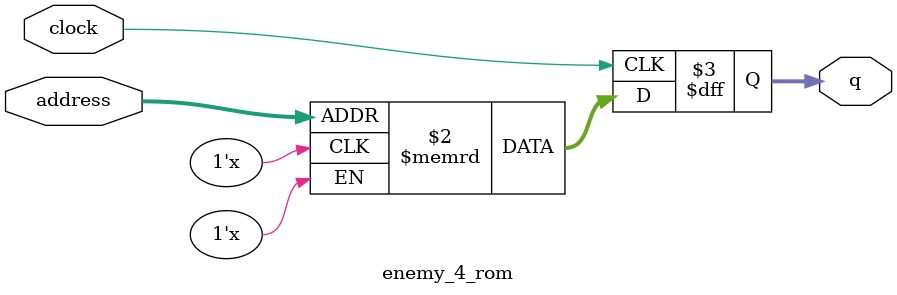
<source format=sv>
module zelda_rom (
	input logic clock,
	input logic [9:0] address,
	output logic [3:0] q
);

logic [3:0] memory [0:1023] /* synthesis ram_init_file = "./zelda/zelda.mif" */;

always_ff @ (posedge clock) begin
	q <= memory[address];
end

endmodule




module zelda_right_2_rom (
	input logic clock,
	input logic [9:0] address,
	output logic [2:0] q
);

logic [2:0] memory [0:1023] /* synthesis ram_init_file = "./zelda_right_2/zelda_right_2.mif" */;

always_ff @ (posedge clock) begin
	q <= memory[address];
end

endmodule

module final_background_rom (
	input logic clock,
	input logic [15:0] address,
	output logic [4:0] q
);

logic [4:0] memory [0:39999] /* synthesis ram_init_file = "./final_background/final_background.mif" */;

always_ff @ (posedge clock) begin
	q <= memory[address];
end

endmodule





module up1_rom (
	input logic clock,
	input logic [9:0] address,
	output logic [3:0] q
);

logic [3:0] memory [0:1023] /* synthesis ram_init_file = "./up1/up1.mif" */;

always_ff @ (posedge clock) begin
	q <= memory[address];
end

endmodule





module final_down1_rom (
	input logic clock,
	input logic [9:0] address,
	output logic [3:0] q
);

logic [3:0] memory [0:1023] /* synthesis ram_init_file = "./final_down1/final_down1.mif" */;

always_ff @ (posedge clock) begin
	q <= memory[address];
end

endmodule


module final_right1_rom (
	input logic clock,
	input logic [9:0] address,
	output logic [3:0] q
);

logic [3:0] memory [0:1023] /* synthesis ram_init_file = "./final_right1/final_right1.mif" */;

always_ff @ (posedge clock) begin
	q <= memory[address];
end

endmodule


module final_final_sprite_left_rom (
	input logic clock,
	input logic [9:0] address,
	output logic [2:0] q
);

logic [2:0] memory [0:1023] /* synthesis ram_init_file = "./final_final_sprite_left/final_final_sprite_left.mif" */;

always_ff @ (posedge clock) begin
	q <= memory[address];
end

endmodule





module final_final_right_sprite_rom (
	input logic clock,
	input logic [9:0] address,
	output logic [2:0] q
);

logic [2:0] memory [0:1023] /* synthesis ram_init_file = "./final_final_right_sprite/final_final_right_sprite.mif" */;

always_ff @ (posedge clock) begin
	q <= memory[address];
end

endmodule


module final_left2_rom (
	input logic clock,
	input logic [9:0] address,
	output logic [2:0] q
);

logic [2:0] memory [0:1023] /* synthesis ram_init_file = "./final_left2/final_left2.mif" */;

always_ff @ (posedge clock) begin
	q <= memory[address];
end

endmodule



module final_up2_rom (
	input logic clock,
	input logic [9:0] address,
	output logic [2:0] q
);

logic [2:0] memory [0:1023] /* synthesis ram_init_file = "./final_up2/final_up2.mif" */;

always_ff @ (posedge clock) begin
	q <= memory[address];
end

endmodule


module final_down2_rom (
	input logic clock,
	input logic [9:0] address,
	output logic [2:0] q
);

logic [2:0] memory [0:1023] /* synthesis ram_init_file = "./final_down2/final_down2.mif" */;

always_ff @ (posedge clock) begin
	q <= memory[address];
end

endmodule



module aleena_rom (
	input logic clock,
	input logic [9:0] address,
	output logic [2:0] q
);

logic [2:0] memory [0:1023] /* synthesis ram_init_file = "./aleena/aleena.mif" */;

always_ff @ (posedge clock) begin
	q <= memory[address];
end

endmodule




module sword_right_1_rom (
	input logic clock,
	input logic [9:0] address,
	output logic [2:0] q
);

logic [2:0] memory [0:1023] /* synthesis ram_init_file = "./sword_right_1/sword_right_1.mif" */;

always_ff @ (posedge clock) begin
	q <= memory[address];
end

endmodule

module sword_right_2_rom (
	input logic clock,
	input logic [9:0] address,
	output logic [2:0] q
);

logic [2:0] memory [0:1023] /* synthesis ram_init_file = "./sword_right_2/sword_right_2.mif" */;

always_ff @ (posedge clock) begin
	q <= memory[address];
end

endmodule





module sword_right_3_rom (
	input logic clock,
	input logic [9:0] address,
	output logic [2:0] q
);

logic [2:0] memory [0:1023] /* synthesis ram_init_file = "./sword_right_3/sword_right_3.mif" */;

always_ff @ (posedge clock) begin
	q <= memory[address];
end

endmodule


module sword_right_4_rom (
	input logic clock,
	input logic [9:0] address,
	output logic [2:0] q
);

logic [2:0] memory [0:1023] /* synthesis ram_init_file = "./sword_right_4/sword_right_4.mif" */;

always_ff @ (posedge clock) begin
	q <= memory[address];
end

endmodule




module sword_up_1_rom (
	input logic clock,
	input logic [9:0] address,
	output logic [2:0] q
);

logic [2:0] memory [0:1023] /* synthesis ram_init_file = "./sword_up_1/sword_up_1.mif" */;

always_ff @ (posedge clock) begin
	q <= memory[address];
end

endmodule







module sword_up_2_rom (
	input logic clock,
	input logic [9:0] address,
	output logic [2:0] q
);

logic [2:0] memory [0:1023] /* synthesis ram_init_file = "./sword_up_2/sword_up_2.mif" */;

always_ff @ (posedge clock) begin
	q <= memory[address];
end

endmodule




module sword_up_3_rom (
	input logic clock,
	input logic [9:0] address,
	output logic [2:0] q
);

logic [2:0] memory [0:1023] /* synthesis ram_init_file = "./sword_up_3/sword_up_3.mif" */;

always_ff @ (posedge clock) begin
	q <= memory[address];
end

endmodule



module sword_up_4_rom (
	input logic clock,
	input logic [9:0] address,
	output logic [2:0] q
);

logic [2:0] memory [0:1023] /* synthesis ram_init_file = "./sword_up_4/sword_up_4.mif" */;

always_ff @ (posedge clock) begin
	q <= memory[address];
end

endmodule


module sword_down_1_rom (
	input logic clock,
	input logic [9:0] address,
	output logic [2:0] q
);

logic [2:0] memory [0:1023] /* synthesis ram_init_file = "./sword_down_1/sword_down_1.mif" */;

always_ff @ (posedge clock) begin
	q <= memory[address];
end

endmodule


module sword_down_2_rom (
	input logic clock,
	input logic [9:0] address,
	output logic [2:0] q
);

logic [2:0] memory [0:1023] /* synthesis ram_init_file = "./sword_down_2/sword_down_2.mif" */;

always_ff @ (posedge clock) begin
	q <= memory[address];
end

endmodule




module sword_down_3_rom (
	input logic clock,
	input logic [9:0] address,
	output logic [2:0] q
);

logic [2:0] memory [0:1023] /* synthesis ram_init_file = "./sword_down_3/sword_down_3.mif" */;

always_ff @ (posedge clock) begin
	q <= memory[address];
end

endmodule



module sword_down_4_rom (
	input logic clock,
	input logic [9:0] address,
	output logic [2:0] q
);

logic [2:0] memory [0:1023] /* synthesis ram_init_file = "./sword_down_4/sword_down_4.mif" */;

always_ff @ (posedge clock) begin
	q <= memory[address];
end

endmodule

module sword_left_1_rom (
	input logic clock,
	input logic [9:0] address,
	output logic [2:0] q
);

logic [2:0] memory [0:1023] /* synthesis ram_init_file = "./sword_left_1/sword_left_1.mif" */;

always_ff @ (posedge clock) begin
	q <= memory[address];
end

endmodule



module sword_left_2_rom (
	input logic clock,
	input logic [9:0] address,
	output logic [2:0] q
);

logic [2:0] memory [0:1023] /* synthesis ram_init_file = "./sword_left_2/sword_left_2.mif" */;

always_ff @ (posedge clock) begin
	q <= memory[address];
end

endmodule



module sword_left_3_rom (
	input logic clock,
	input logic [9:0] address,
	output logic [2:0] q
);

logic [2:0] memory [0:1023] /* synthesis ram_init_file = "./sword_left_3/sword_left_3.mif" */;

always_ff @ (posedge clock) begin
	q <= memory[address];
end

endmodule


module sword_left_4_rom (
	input logic clock,
	input logic [9:0] address,
	output logic [2:0] q
);

logic [2:0] memory [0:1023] /* synthesis ram_init_file = "./sword_left_4/sword_left_4.mif" */;

always_ff @ (posedge clock) begin
	q <= memory[address];
end

endmodule
module enemy_1_rom (
	input logic clock,
	input logic [9:0] address,
	output logic [2:0] q
);

logic [2:0] memory [0:1023] /* synthesis ram_init_file = "./enemy_1/enemy_1.mif" */;

always_ff @ (posedge clock) begin
	q <= memory[address];
end

endmodule


module knight_1_rom (
	input logic clock,
	input logic [9:0] address,
	output logic [2:0] q
);

logic [2:0] memory [0:1023] /* synthesis ram_init_file = "./knight_1/knight_1.mif" */;

always_ff @ (posedge clock) begin
	q <= memory[address];
end

endmodule


module professor_rom (
	input logic clock,
	input logic [9:0] address,
	output logic [2:0] q
);

logic [2:0] memory [0:1023] /* synthesis ram_init_file = "./professor/professor.mif" */;

always_ff @ (posedge clock) begin
	q <= memory[address];
end

endmodule

module background_2_rom (
	input logic clock,
	input logic [15:0] address,
	output logic [4:0] q
);

logic [4:0] memory [0:39999] /* synthesis ram_init_file = "./background_2/background_2.mif" */;

always_ff @ (posedge clock) begin
	q <= memory[address];
end

endmodule


module title_rom (
	input logic clock,
	input logic [15:0] address,
	output logic [4:0] q
);

logic [4:0] memory [0:39999] /* synthesis ram_init_file = "./title/title.mif" */;

always_ff @ (posedge clock) begin
	q <= memory[address];
end

endmodule



module Done_rom (
	input logic clock,
	input logic [16:0] address,
	output logic [4:0] q
);

logic [4:0] memory [0:89999] /* synthesis ram_init_file = "./Done/Done.mif" */;

always_ff @ (posedge clock) begin
	q <= memory[address];
end

endmodule


module enemy_4_rom (
	input logic clock,
	input logic [9:0] address,
	output logic [3:0] q
);

logic [3:0] memory [0:1023] /* synthesis ram_init_file = "./enemy_4/enemy_4.mif" */;

always_ff @ (posedge clock) begin
	q <= memory[address];
end

endmodule


</source>
